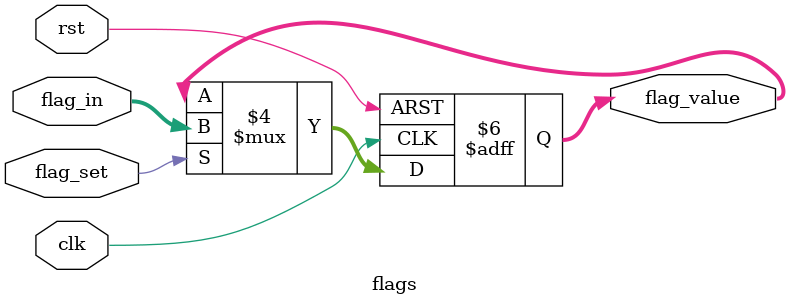
<source format=v>
`timescale 1ns / 1ps


module flags(
    input clk,
    input rst,
    input flag_set,
    input [7:0] flag_in,
(* DONT_TOUCH= "1" *)    output reg [7:0] flag_value
    );
    always @ (posedge clk or negedge rst)
    begin
        if(!rst)
        begin
            flag_value=8'h00;
        end
        else if(flag_set)
        begin
            flag_value=flag_in;
        end
    end
endmodule

</source>
